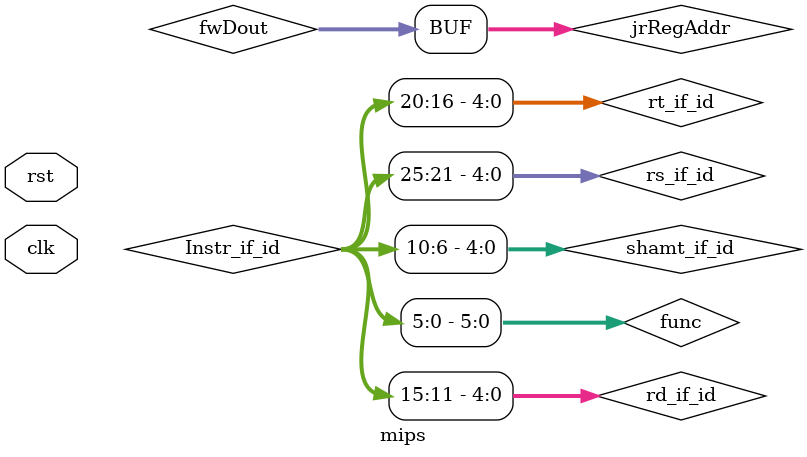
<source format=v>
`timescale 1ns / 1ps

module mips(
	input clk,
	input rst
    );
    wire[31:0] pcAddr;//pc address
    wire[31:0] Instr,Instr_if_id;//instruction
   	wire [1:0] RegDst,RegDst_id_ex;
	wire ALUSrc,ALUSrc_id_ex;
	wire [1:0] MemtoReg,MemtoReg_id_ex,MemtoReg_ex_mem,MemtoReg_mem_wb;
	wire RegWrite,RegWrite_id_ex,RegWrite_ex_mem,RegWrite_mem_wb;
	wire MemWrite,MemWrite_id_ex,MemWrite_ex_mem;
	wire Branch,BranchSuccess;
	wire [2:0] CMPOp;
	wire jr;
	wire j;
	wire load,load_id_ex,load_ex_mem;
	wire Over;
	wire [1:0] ExtOp;
	wire [3:0] ALUOp,ALUOp_id_ex;
	wire [4:0] WReg,WReg_ex_mem,WReg_mem_wb;//which reg to write
	wire [31:0] RData1,RData1_id_ex;
	wire [31:0] RData2,RData2_id_ex;
	wire [31:0] imm32,imm32_id_ex;
	wire [31:0] ALUData1,ALUData2;//alu b
	wire [31:0] ALUS,ALUS_ex_mem,ALUS_mem_wb;//alu result
	wire [31:0] dmOut,dmOut_mem_wb;//dm data out
	wire [31:0] pc8,pc8_if_id,pc8_id_ex,pc8_ex_mem,pc8_mem_wb;//pc+8
	wire [31:0] pc4,pc4_if_id;
	wire [31:0] NextPC;//NextPC address
	wire [31:0] WRegData;
	wire [4:0] rs_if_id,rt_if_id,rd_if_id,rs_id_ex,rt_id_ex,rd_id_ex,shamt_if_id,shamt_id_ex;
	wire [5:0] InstrOp;
	wire [5:0] func;
	wire [31:0] din_ex_mem;
	wire [2:0] forwardA,forwardB,forwardD,forwardE;
	wire forwardC;
	wire [31:0] fwAOut,fwBOut,fwDout,fwEout;
	wire [31:0] din_fwC;
	wire [31:0] npc_compute;
	wire [1:0] pc_select;
	wire [31:0] jrRegAddr;//jr register address
	wire en;//if_id reg and pc en
	wire jalr,jalr_id_ex,jalr_ex_mem;
	wire jal,jal_id_ex,jal_ex_mem;
	wire sw,sw_id_ex,sw_ex_mem,sh,sh_id_ex,sh_ex_mem,sb,sb_id_ex,sb_ex_mem;
	wire [2:0] load_ext_op,load_ext_op_id_ex,load_ext_op_ex_mem,load_ext_op_mem_wb;
	wire [3:0] BE;
	wire [31:0] ldOut;
	wire shiftNV,shiftNV_id_ex;
	wire MultDiv;
	wire HiLoWe,HiLoWe_id_ex;
	wire HiLo,HiLo_id_ex;//control
	wire Busy;
	wire [31:0] HI,HILOOut,HILO_ex_mem,HILO_mem_wb,LO;//data
	wire [1:0] MultDivOp,MultDivOp_id_ex;
	wire MultDivStart,MultDivStart_id_ex;
	wire mflo,mflo_id_ex;
	wire mfhi_lo,mfhi_lo_id_ex,mfhi_lo_ex_mem;
	
	//IF stage
    pc pc_in(.NextPC(NextPC),.Clk(clk),.Reset(rst),.pcAddr(pcAddr),.en(en));
    im_8k im(.addr(pcAddr[12:2]),.dout(Instr));
    assign pc8=pcAddr+8;//if stage
    assign pc4=pcAddr+4;
    mux_32bit_3 pc_mux(.d0(pc4),.d1(npc_compute),.d2(jrRegAddr),.select(pc_select),.dout(NextPC));//pc4!!!
    //ID stage
    IF_ID if_id_reg(.clk(clk),.rst(rst),.Instr_in(Instr),.pc8_in(pc8),.pc4_in(pc4),.en(en),.Instr_out(Instr_if_id),
    .pc8_out(pc8_if_id),.pc4_out(pc4_if_id));
    assign InstrOp=Instr_if_id[31:26];//op
	assign func=Instr_if_id[5:0];//func
    assign rs_if_id=Instr_if_id[25:21];
	assign rt_if_id=Instr_if_id[20:16];
	assign rd_if_id=Instr_if_id[15:11];
	assign shamt_if_id=Instr_if_id[10:6];
    ctrl control(.op(InstrOp),.func(func),.bOp(rt_if_id),.RegDst(RegDst),.ALUSrc(ALUSrc),.MemtoReg(MemtoReg),.RegWrite(RegWrite),
    .MemWrite(MemWrite),.Branch(Branch),.ExtOp(ExtOp),.ALUOp(ALUOp),.jr(jr),.j(j),.load(load),.jalr(jalr),.jal(jal),.CMPOp(CMPOp),.sw(sw),
    .sh(sh),.sb(sb),.load_ext_op(load_ext_op),.shiftNV(shiftNV),.MultDiv(MultDiv),.HiLoWe(HiLoWe),.HiLo(HiLo),.MultDivOp(MultDivOp),
	.MultDivStart(MultDivStart),.mflo(mflo),.mfhi_lo(mfhi_lo));
    
    hazard hazard_unit(.rt_id_ex(rt_id_ex),.rs_if_id(rs_if_id),.rt_if_id(rt_if_id),.load_id_ex(load_id_ex),.rs_id_ex(rs_id_ex),
    .WReg_ex_mem(WReg_ex_mem),.WReg(WReg),.load_ex_mem(load_ex_mem),.Branch(Branch),.RegWrite_id_ex(RegWrite_id_ex),.en(en),
    .MemWrite(MemWrite),.jr(jr),.jalr(jalr),.Busy(Busy),.MultDiv(MultDiv),.Start(MultDivStart_id_ex));
    	
    npc nextPC(.pc4(pc4_if_id),.imm26(Instr_if_id[25:0]),.npc(npc_compute),.j(j),.Branch(Branch));
	ext extender(.imm16(Instr_if_id[15:0]),.imm32(imm32),.ExtOp(ExtOp));
	GPR gpr(.Clk(clk),.Rst(rst),.A1(rs_if_id),.A2(rt_if_id),.A3(WReg_mem_wb),.We(RegWrite_mem_wb),.WD(WRegData),.RD1(RData1),.RD2(RData2));
	mux_32bit_5 fwD(.d0(RData1),.d1(WRegData),.d2(ALUS_ex_mem),.d3(pc8_ex_mem),.d4(HILO_ex_mem),.select(forwardD),.dout(fwDout));
	mux_32bit_5 fwE(.d0(RData2),.d1(WRegData),.d2(ALUS_ex_mem),.d3(pc8_ex_mem),.d4(HILO_ex_mem),.select(forwardE),.dout(fwEout));
	CMP cmparator(.A(fwDout),.B(fwEout),.Op(CMPOp),.Br(BranchSuccess));
	assign pc_select=(j==1&&jalr==0||BranchSuccess==1) ? 2'b01:((jr==1||jalr==1) ? 2'b10 : 2'b00);	
	assign jrRegAddr=fwDout;

	//EX stage
	ID_EX id_ex_reg(.clk(clk),.en(en),.rst(rst),.RegDst_in(RegDst),.ALUSrc_in(ALUSrc),.MemtoReg_in(MemtoReg),.RegWrite_in(RegWrite),
	.MemWrite_in(MemWrite),.ALUOp_in(ALUOp),.RData1_in(fwDout),.RData2_in(fwEout),.imm32_in(imm32),.rs_in(rs_if_id),
	.rt_in(rt_if_id),.rd_in(rd_if_id),.pc8_in(pc8_if_id),.load_in(load),.jalr_in(jalr),.jal_in(jal),.RegDst_out(RegDst_id_ex),
	.ALUSrc_out(ALUSrc_id_ex),.MemtoReg_out(MemtoReg_id_ex),.RegWrite_out(RegWrite_id_ex),.MemWrite_out(MemWrite_id_ex),
	.ALUOp_out(ALUOp_id_ex),.RData1_out(RData1_id_ex),.RData2_out(RData2_id_ex),.imm32_out(imm32_id_ex),.rs_out(rs_id_ex),
	.rt_out(rt_id_ex),.rd_out(rd_id_ex),.pc8_out(pc8_id_ex),.load_out(load_id_ex),.jalr_out(jalr_id_ex),.jal_out(jal_id_ex),
	.sw_in(sw),.sb_in(sb),.sh_in(sh),.sw_out(sw_id_ex),.sb_out(sb_id_ex),.sh_out(sh_id_ex),.load_ext_op_in(load_ext_op),
	.load_ext_op_out(load_ext_op_id_ex),.shamt_in(shamt_if_id),.shamt_out(shamt_id_ex),.shiftNV_in(shiftNV),.shiftNV_out(shiftNV_id_ex),
	.HiLoWe_in(HiLoWe),.HiLo_in(HiLo),.HiLoWe_out(HiLoWe_id_ex),.HiLo_out(HiLo_id_ex),.MultDivOp_in(MultDivOp),
	.MultDivStart_in(MultDivStart),.mflo_in(mflo),.MultDivOp_out(MultDivOp_id_ex),.MultDivStart_out(MultDivStart_id_ex),
	.mflo_out(mflo_id_ex),.mfhi_lo_in(mfhi_lo),.mfhi_lo_out(mfhi_lo_id_ex));
	
	forwarding forwarding_unit(.rs_id_ex(rs_id_ex),.RegWrite_ex_mem(RegWrite_ex_mem),.RegWrite_mem_wb(RegWrite_mem_wb),
	.WReg_ex_mem(WReg_ex_mem),.WReg_mem_wb(WReg_mem_wb),.rt_id_ex(rt_id_ex),.forwardA(forwardA),.forwardB(forwardB),
	.forwardC(forwardC),.MemWrite_ex_mem(MemWrite_ex_mem),.rs_if_id(rs_if_id),.rt_if_id(rt_if_id),.forwardD(forwardD),
	.forwardE(forwardE),.jr(jr),.Branch(Branch),.jalr_ex_mem(jalr_ex_mem),.jal_ex_mem(jal_ex_mem),.jalr(jalr),.mfhi_lo_ex_mem(mfhi_lo_ex_mem));
	
	mux_32bit_5 fwA(.d0(RData1_id_ex),.d1(WRegData),.d2(ALUS_ex_mem),.d3(pc8_ex_mem),.d4(HILO_ex_mem),.select(forwardA),.dout(fwAOut));
	mux_32bit_5 fwB(.d0(RData2_id_ex),.d1(WRegData),.d2(ALUS_ex_mem),.d3(pc8_ex_mem),.d4(HILO_ex_mem),.select(forwardB),.dout(fwBOut));
	mux_32bit_2 mux_shamt(.d0(fwAOut),.d1({27'b0,shamt_id_ex}),.select(shiftNV_id_ex),.dout(ALUData1));
	mux_32bit_2 mux_alu(.d0(fwBOut),.d1(imm32_id_ex),.select(ALUSrc_id_ex),.dout(ALUData2));
	mux_5bit_3 mux_wreg(.d0(rt_id_ex),.d1(rd_id_ex),.d2(5'b11111),.select(RegDst_id_ex),.dout(WReg));
	multDiv multDiv_in(.Clk(clk),.Rst(rst),.D1(ALUData1),.D2(ALUData2),.HiLo(HiLo_id_ex),.Op(MultDivOp_id_ex),.Start(MultDivStart_id_ex),
	.We(HiLoWe_id_ex),.Busy(Busy),.HI(HI),.LO(LO));
	mux_32bit_2 mux_hilo(.d0(HI),.d1(LO),.select(mflo_id_ex),.dout(HILOOut));
	ALU alu(.A(ALUData1),.B(ALUData2),.C(ALUS),.Op(ALUOp_id_ex),.Over(Over));
	//MEM stage
	EX_MEM ex_mem_reg(.clk(clk),.rst(rst),.MemtoReg_in(MemtoReg_id_ex),.RegWrite_in(RegWrite_id_ex),.MemWrite_in(MemWrite_id_ex),
	.ALUS_in(ALUS),.DMSaveData_in(fwBOut),.WReg_in(WReg),.pc8_in(pc8_id_ex),.load_in(load_id_ex),.jalr_in(jalr_id_ex),
	.jal_in(jal_id_ex),.MemtoReg_out(MemtoReg_ex_mem),.RegWrite_out(RegWrite_ex_mem),.MemWrite_out(MemWrite_ex_mem),
	.ALUS_out(ALUS_ex_mem),.DMSaveData_out(din_ex_mem),.WReg_out(WReg_ex_mem),.pc8_out(pc8_ex_mem),.load_out(load_ex_mem),
	.jalr_out(jalr_ex_mem),.jal_out(jal_ex_mem),.sw_in(sw_id_ex),.sb_in(sb_id_ex),.sh_in(sh_id_ex),.sw_out(sw_ex_mem),
	.sb_out(sb_ex_mem),.sh_out(sh_ex_mem),.load_ext_op_in(load_ext_op_id_ex),.load_ext_op_out(load_ext_op_ex_mem),.HILO_in(HILOOut),
	.HILO_out(HILO_ex_mem),.mfhi_lo_in(mfhi_lo_id_ex),.mfhi_lo_out(mfhi_lo_ex_mem));
	
	BE_EN be_in(.A(ALUS_ex_mem[1:0]),.sb_ex_mem(sb_ex_mem),.sh_ex_mem(sh_ex_mem),.sw_ex_mem(sw_ex_mem),.BE(BE));
	mux_32bit_2 fwC(.d0(din_ex_mem),.d1(WRegData),.select(forwardC),.dout(din_fwC));
	dm_8k dm(.A(ALUS_ex_mem[12:2]),.WD(din_fwC),.We(MemWrite_ex_mem),.Clk(clk),.RD(dmOut),.BE(BE));
	//WB stage
	MEM_WB mem_wb_reg(.clk(clk),.rst(rst),.MemtoReg_in(MemtoReg_ex_mem),.RegWrite_in(RegWrite_ex_mem),.dmOut_in(dmOut),
	.ALUS_in(ALUS_ex_mem),.WReg_in(WReg_ex_mem),.pc8_in(pc8_ex_mem),.MemtoReg_out(MemtoReg_mem_wb),.RegWrite_out(RegWrite_mem_wb),
	.dmOut_out(dmOut_mem_wb),.ALUS_out(ALUS_mem_wb),.WReg_out(WReg_mem_wb),.pc8_out(pc8_mem_wb),.load_ext_op_in(load_ext_op_ex_mem),
	.load_ext_op_out(load_ext_op_mem_wb),.HILO_in(HILO_ex_mem),.HILO_out(HILO_mem_wb));
	
	Load_ext load_extender(.A(ALUS_mem_wb[1:0]),.Din(dmOut_mem_wb),.Op(load_ext_op_mem_wb),.Dout(ldOut));
	mux_32bit_4 mux_wregdata(.d0(ALUS_mem_wb),.d1(ldOut),.d2(pc8_mem_wb),.d3(HILO_mem_wb),.select(MemtoReg_mem_wb),.dout(WRegData));
	
endmodule

</source>
